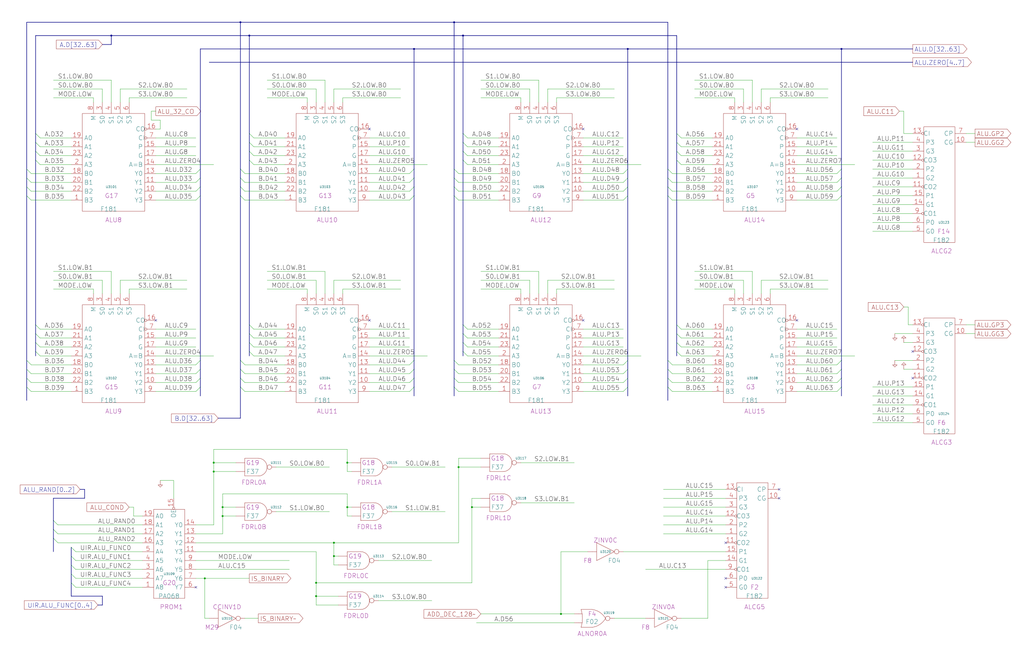
<source format=kicad_sch>
(kicad_sch (version 20250114) (generator "eeschema") (generator_version "9.0")
  (paper "User" 584.2 378.46)
  (title_block (title "ALU ARRAY\\nLEAST SIGNIFICANT BITS") (date "15-MAR-90") (rev "1.0") (comment 1 "TYPE") (comment 2 "232-003062") (comment 3 "S400") (comment 4 "RELEASED"))
  (junction (at 198.12 264.16))
  (junction (at 127 289.56))
  (junction (at 121.92 264.16))
  (junction (at 261.62 266.7))
  (junction (at 180.34 332.74))
  (junction (at 180.34 340.36))
  (junction (at 190.5 317.5))
  (junction (at 116.84 330.2))
  (junction (at 63.5 20.32))
  (junction (at 269.24 289.56))
  (junction (at 480.06 27.94))
  (junction (at 121.92 269.24))
  (junction (at 264.16 20.32))
  (junction (at 358.14 27.94))
  (junction (at 142.24 20.32))
  (junction (at 127 294.64))
  (junction (at 137.16 12.7))
  (junction (at 259.08 12.7))
  (junction (at 236.22 27.94))
  (junction (at 320.04 350.52))
  (junction (at 198.12 289.56))
  (junction (at 190.5 309.88))
  (no_connect (at 332.74 73.66))
  (no_connect (at 414.02 309.88))
  (no_connect (at 444.5 284.48))
  (no_connect (at 520.7 215.9))
  (no_connect (at 210.82 73.66))
  (no_connect (at 414.02 335.28))
  (no_connect (at 88.9 182.88))
  (no_connect (at 111.76 335.28))
  (no_connect (at 444.5 279.4))
  (no_connect (at 414.02 330.2))
  (no_connect (at 210.82 182.88))
  (no_connect (at 454.66 182.88))
  (no_connect (at 520.7 200.66))
  (no_connect (at 332.74 182.88))
  (no_connect (at 454.66 73.66))
  (bus_entry (at 114.3 111.76) (size -2.54 2.54))
  (bus_entry (at 381 205.74) (size 2.54 2.54))
  (bus_entry (at 15.24 101.6) (size 2.54 2.54))
  (bus_entry (at 381 210.82) (size 2.54 2.54))
  (bus_entry (at 264.16 81.28) (size 2.54 2.54))
  (bus_entry (at 236.22 106.68) (size -2.54 2.54))
  (bus_entry (at 358.14 220.98) (size -2.54 2.54))
  (bus_entry (at 15.24 111.76) (size 2.54 2.54))
  (bus_entry (at 114.3 101.6) (size -2.54 2.54))
  (bus_entry (at 264.16 86.36) (size 2.54 2.54))
  (bus_entry (at 358.14 96.52) (size -2.54 2.54))
  (bus_entry (at 20.32 185.42) (size 2.54 2.54))
  (bus_entry (at 259.08 101.6) (size 2.54 2.54))
  (bus_entry (at 480.06 101.6) (size -2.54 2.54))
  (bus_entry (at 114.3 215.9) (size -2.54 2.54))
  (bus_entry (at 480.06 220.98) (size -2.54 2.54))
  (bus_entry (at 20.32 195.58) (size 2.54 2.54))
  (bus_entry (at 259.08 210.82) (size 2.54 2.54))
  (bus_entry (at 386.08 86.36) (size 2.54 2.54))
  (bus_entry (at 20.32 76.2) (size 2.54 2.54))
  (bus_entry (at 236.22 210.82) (size -2.54 2.54))
  (bus_entry (at 381 101.6) (size 2.54 2.54))
  (bus_entry (at 20.32 190.5) (size 2.54 2.54))
  (bus_entry (at 142.24 86.36) (size 2.54 2.54))
  (bus_entry (at 358.14 106.68) (size -2.54 2.54))
  (bus_entry (at 142.24 195.58) (size 2.54 2.54))
  (bus_entry (at 236.22 101.6) (size -2.54 2.54))
  (bus_entry (at 114.3 96.52) (size -2.54 2.54))
  (bus_entry (at 137.16 220.98) (size 2.54 2.54))
  (bus_entry (at 386.08 195.58) (size 2.54 2.54))
  (bus_entry (at 386.08 200.66) (size 2.54 2.54))
  (bus_entry (at 381 215.9) (size 2.54 2.54))
  (bus_entry (at 386.08 185.42) (size 2.54 2.54))
  (bus_entry (at 137.16 101.6) (size 2.54 2.54))
  (bus_entry (at 15.24 96.52) (size 2.54 2.54))
  (bus_entry (at 15.24 106.68) (size 2.54 2.54))
  (bus_entry (at 15.24 205.74) (size 2.54 2.54))
  (bus_entry (at 259.08 106.68) (size 2.54 2.54))
  (bus_entry (at 236.22 111.76) (size -2.54 2.54))
  (bus_entry (at 114.3 210.82) (size -2.54 2.54))
  (bus_entry (at 264.16 91.44) (size 2.54 2.54))
  (bus_entry (at 114.3 106.68) (size -2.54 2.54))
  (bus_entry (at 259.08 111.76) (size 2.54 2.54))
  (bus_entry (at 259.08 205.74) (size 2.54 2.54))
  (bus_entry (at 480.06 96.52) (size -2.54 2.54))
  (bus_entry (at 264.16 200.66) (size 2.54 2.54))
  (bus_entry (at 236.22 96.52) (size -2.54 2.54))
  (bus_entry (at 381 111.76) (size 2.54 2.54))
  (bus_entry (at 142.24 91.44) (size 2.54 2.54))
  (bus_entry (at 259.08 96.52) (size 2.54 2.54))
  (bus_entry (at 236.22 215.9) (size -2.54 2.54))
  (bus_entry (at 386.08 91.44) (size 2.54 2.54))
  (bus_entry (at 137.16 96.52) (size 2.54 2.54))
  (bus_entry (at 480.06 215.9) (size -2.54 2.54))
  (bus_entry (at 137.16 210.82) (size 2.54 2.54))
  (bus_entry (at 386.08 190.5) (size 2.54 2.54))
  (bus_entry (at 15.24 215.9) (size 2.54 2.54))
  (bus_entry (at 30.48 297.18) (size 2.54 2.54))
  (bus_entry (at 15.24 220.98) (size 2.54 2.54))
  (bus_entry (at 381 106.68) (size 2.54 2.54))
  (bus_entry (at 358.14 215.9) (size -2.54 2.54))
  (bus_entry (at 40.64 312.42) (size 2.54 2.54))
  (bus_entry (at 480.06 106.68) (size -2.54 2.54))
  (bus_entry (at 381 96.52) (size 2.54 2.54))
  (bus_entry (at 264.16 190.5) (size 2.54 2.54))
  (bus_entry (at 358.14 210.82) (size -2.54 2.54))
  (bus_entry (at 480.06 111.76) (size -2.54 2.54))
  (bus_entry (at 259.08 215.9) (size 2.54 2.54))
  (bus_entry (at 236.22 220.98) (size -2.54 2.54))
  (bus_entry (at 264.16 195.58) (size 2.54 2.54))
  (bus_entry (at 480.06 210.82) (size -2.54 2.54))
  (bus_entry (at 40.64 327.66) (size 2.54 2.54))
  (bus_entry (at 381 220.98) (size 2.54 2.54))
  (bus_entry (at 20.32 200.66) (size 2.54 2.54))
  (bus_entry (at 40.64 322.58) (size 2.54 2.54))
  (bus_entry (at 236.22 205.74) (size -2.54 2.54))
  (bus_entry (at 142.24 190.5) (size 2.54 2.54))
  (bus_entry (at 137.16 111.76) (size 2.54 2.54))
  (bus_entry (at 20.32 86.36) (size 2.54 2.54))
  (bus_entry (at 137.16 215.9) (size 2.54 2.54))
  (bus_entry (at 30.48 307.34) (size 2.54 2.54))
  (bus_entry (at 142.24 76.2) (size 2.54 2.54))
  (bus_entry (at 114.3 205.74) (size -2.54 2.54))
  (bus_entry (at 259.08 220.98) (size 2.54 2.54))
  (bus_entry (at 137.16 106.68) (size 2.54 2.54))
  (bus_entry (at 40.64 332.74) (size 2.54 2.54))
  (bus_entry (at 15.24 210.82) (size 2.54 2.54))
  (bus_entry (at 20.32 91.44) (size 2.54 2.54))
  (bus_entry (at 264.16 185.42) (size 2.54 2.54))
  (bus_entry (at 142.24 200.66) (size 2.54 2.54))
  (bus_entry (at 114.3 220.98) (size -2.54 2.54))
  (bus_entry (at 142.24 185.42) (size 2.54 2.54))
  (bus_entry (at 137.16 205.74) (size 2.54 2.54))
  (bus_entry (at 40.64 317.5) (size 2.54 2.54))
  (bus_entry (at 30.48 302.26) (size 2.54 2.54))
  (bus_entry (at 480.06 205.74) (size -2.54 2.54))
  (bus_entry (at 20.32 81.28) (size 2.54 2.54))
  (bus_entry (at 142.24 81.28) (size 2.54 2.54))
  (bus_entry (at 358.14 111.76) (size -2.54 2.54))
  (bus_entry (at 358.14 101.6) (size -2.54 2.54))
  (bus_entry (at 386.08 76.2) (size 2.54 2.54))
  (bus_entry (at 264.16 76.2) (size 2.54 2.54))
  (bus_entry (at 358.14 205.74) (size -2.54 2.54))
  (bus_entry (at 386.08 81.28) (size 2.54 2.54))
  (bus (pts (xy 259.08 220.98) (xy 259.08 226.06)))
  (wire (pts (xy 396.24 160.02) (xy 424.18 160.02)))
  (wire (pts (xy 497.84 96.52) (xy 520.7 96.52)))
  (wire (pts (xy 175.26 167.64) (xy 175.26 165.1)))
  (wire (pts (xy 454.66 114.3) (xy 477.52 114.3)))
  (wire (pts (xy 332.74 213.36) (xy 355.6 213.36)))
  (wire (pts (xy 180.34 58.42) (xy 180.34 50.8)))
  (wire (pts (xy 332.74 78.74) (xy 355.6 78.74)))
  (wire (pts (xy 261.62 218.44) (xy 284.48 218.44)))
  (wire (pts (xy 317.5 167.64) (xy 317.5 165.1)))
  (bus (pts (xy 480.06 101.6) (xy 480.06 106.68)))
  (bus (pts (xy 259.08 101.6) (xy 259.08 106.68)))
  (wire (pts (xy 86.36 63.5) (xy 88.9 63.5)))
  (wire (pts (xy 332.74 187.96) (xy 355.6 187.96)))
  (wire (pts (xy 515.62 63.5) (xy 513.08 63.5)))
  (wire (pts (xy 198.12 256.54) (xy 198.12 264.16)))
  (wire (pts (xy 497.84 226.06) (xy 520.7 226.06)))
  (wire (pts (xy 261.62 223.52) (xy 284.48 223.52)))
  (wire (pts (xy 88.9 109.22) (xy 111.76 109.22)))
  (bus (pts (xy 358.14 101.6) (xy 358.14 106.68)))
  (bus (pts (xy 20.32 195.58) (xy 20.32 200.66)))
  (wire (pts (xy 180.34 345.44) (xy 193.04 345.44)))
  (wire (pts (xy 91.44 68.58) (xy 86.36 68.58)))
  (wire (pts (xy 439.42 165.1) (xy 472.44 165.1)))
  (bus (pts (xy 142.24 190.5) (xy 142.24 195.58)))
  (bus (pts (xy 137.16 12.7) (xy 259.08 12.7)))
  (bus (pts (xy 114.3 96.52) (xy 114.3 101.6)))
  (wire (pts (xy 434.34 58.42) (xy 434.34 50.8)))
  (bus (pts (xy 381 210.82) (xy 381 215.9)))
  (wire (pts (xy 497.84 231.14) (xy 520.7 231.14)))
  (bus (pts (xy 236.22 27.94) (xy 358.14 27.94)))
  (wire (pts (xy 269.24 289.56) (xy 274.32 289.56)))
  (wire (pts (xy 396.24 55.88) (xy 419.1 55.88)))
  (wire (pts (xy 261.62 114.3) (xy 284.48 114.3)))
  (wire (pts (xy 454.66 203.2) (xy 487.68 203.2)))
  (wire (pts (xy 454.66 93.98) (xy 487.68 93.98)))
  (wire (pts (xy 139.7 218.44) (xy 162.56 218.44)))
  (wire (pts (xy 332.74 203.2) (xy 365.76 203.2)))
  (bus (pts (xy 358.14 96.52) (xy 358.14 101.6)))
  (wire (pts (xy 274.32 55.88) (xy 297.18 55.88)))
  (wire (pts (xy 76.2 289.56) (xy 73.66 289.56)))
  (wire (pts (xy 269.24 284.48) (xy 274.32 284.48)))
  (wire (pts (xy 88.9 213.36) (xy 111.76 213.36)))
  (wire (pts (xy 127 294.64) (xy 134.62 294.64)))
  (wire (pts (xy 320.04 350.52) (xy 327.66 350.52)))
  (bus (pts (xy 137.16 101.6) (xy 137.16 106.68)))
  (bus (pts (xy 20.32 200.66) (xy 20.32 203.2)))
  (wire (pts (xy 22.86 83.82) (xy 40.64 83.82)))
  (wire (pts (xy 312.42 50.8) (xy 350.52 50.8)))
  (wire (pts (xy 383.54 109.22) (xy 406.4 109.22)))
  (wire (pts (xy 274.32 50.8) (xy 302.26 50.8)))
  (wire (pts (xy 111.76 309.88) (xy 190.5 309.88)))
  (wire (pts (xy 73.66 165.1) (xy 106.68 165.1)))
  (wire (pts (xy 210.82 104.14) (xy 233.68 104.14)))
  (bus (pts (xy 114.3 27.94) (xy 236.22 27.94)))
  (bus (pts (xy 236.22 106.68) (xy 236.22 111.76)))
  (bus (pts (xy 142.24 86.36) (xy 142.24 91.44)))
  (wire (pts (xy 551.18 185.42) (xy 556.26 185.42)))
  (bus (pts (xy 480.06 111.76) (xy 480.06 205.74)))
  (wire (pts (xy 317.5 165.1) (xy 350.52 165.1)))
  (wire (pts (xy 139.7 208.28) (xy 162.56 208.28)))
  (wire (pts (xy 388.62 83.82) (xy 406.4 83.82)))
  (bus (pts (xy 264.16 20.32) (xy 386.08 20.32)))
  (wire (pts (xy 88.9 187.96) (xy 111.76 187.96)))
  (wire (pts (xy 152.4 45.72) (xy 185.42 45.72)))
  (wire (pts (xy 30.48 165.1) (xy 53.34 165.1)))
  (wire (pts (xy 180.34 340.36) (xy 180.34 345.44)))
  (bus (pts (xy 386.08 91.44) (xy 386.08 185.42)))
  (wire (pts (xy 515.62 195.58) (xy 520.7 195.58)))
  (wire (pts (xy 88.9 218.44) (xy 111.76 218.44)))
  (bus (pts (xy 236.22 205.74) (xy 236.22 210.82)))
  (wire (pts (xy 127 289.56) (xy 134.62 289.56)))
  (wire (pts (xy 210.82 193.04) (xy 233.68 193.04)))
  (wire (pts (xy 215.9 342.9) (xy 246.38 342.9)))
  (wire (pts (xy 210.82 88.9) (xy 233.68 88.9)))
  (wire (pts (xy 297.18 287.02) (xy 327.66 287.02)))
  (wire (pts (xy 497.84 220.98) (xy 520.7 220.98)))
  (wire (pts (xy 454.66 78.74) (xy 477.52 78.74)))
  (wire (pts (xy 297.18 167.64) (xy 297.18 165.1)))
  (wire (pts (xy 266.7 78.74) (xy 284.48 78.74)))
  (wire (pts (xy 88.9 93.98) (xy 121.92 93.98)))
  (bus (pts (xy 264.16 195.58) (xy 264.16 200.66)))
  (wire (pts (xy 195.58 167.64) (xy 195.58 165.1)))
  (wire (pts (xy 434.34 167.64) (xy 434.34 160.02)))
  (wire (pts (xy 388.62 78.74) (xy 406.4 78.74)))
  (wire (pts (xy 454.66 193.04) (xy 477.52 193.04)))
  (bus (pts (xy 40.64 332.74) (xy 40.64 340.36)))
  (wire (pts (xy 17.78 104.14) (xy 40.64 104.14)))
  (wire (pts (xy 378.46 284.48) (xy 414.02 284.48)))
  (wire (pts (xy 116.84 330.2) (xy 111.76 330.2)))
  (bus (pts (xy 236.22 27.94) (xy 236.22 96.52)))
  (wire (pts (xy 261.62 213.36) (xy 284.48 213.36)))
  (wire (pts (xy 121.92 269.24) (xy 121.92 264.16)))
  (wire (pts (xy 121.92 269.24) (xy 134.62 269.24)))
  (bus (pts (xy 20.32 190.5) (xy 20.32 195.58)))
  (wire (pts (xy 497.84 241.3) (xy 520.7 241.3)))
  (wire (pts (xy 551.18 81.28) (xy 556.26 81.28)))
  (wire (pts (xy 180.34 340.36) (xy 193.04 340.36)))
  (wire (pts (xy 190.5 322.58) (xy 190.5 317.5)))
  (wire (pts (xy 396.24 50.8) (xy 424.18 50.8)))
  (bus (pts (xy 20.32 20.32) (xy 63.5 20.32)))
  (bus (pts (xy 137.16 96.52) (xy 137.16 101.6)))
  (bus (pts (xy 259.08 12.7) (xy 381 12.7)))
  (wire (pts (xy 269.24 289.56) (xy 269.24 284.48)))
  (wire (pts (xy 297.18 264.16) (xy 327.66 264.16)))
  (wire (pts (xy 332.74 104.14) (xy 355.6 104.14)))
  (wire (pts (xy 30.48 50.8) (xy 58.42 50.8)))
  (bus (pts (xy 40.64 317.5) (xy 40.64 322.58)))
  (bus (pts (xy 358.14 27.94) (xy 480.06 27.94)))
  (bus (pts (xy 358.14 205.74) (xy 358.14 210.82)))
  (wire (pts (xy 454.66 109.22) (xy 477.52 109.22)))
  (wire (pts (xy 518.16 185.42) (xy 518.16 175.26)))
  (wire (pts (xy 520.7 76.2) (xy 515.62 76.2)))
  (bus (pts (xy 142.24 200.66) (xy 142.24 203.2)))
  (wire (pts (xy 111.76 325.12) (xy 165.1 325.12)))
  (bus (pts (xy 236.22 215.9) (xy 236.22 220.98)))
  (bus (pts (xy 236.22 111.76) (xy 236.22 205.74)))
  (wire (pts (xy 73.66 167.64) (xy 73.66 165.1)))
  (wire (pts (xy 510.54 190.5) (xy 520.7 190.5)))
  (wire (pts (xy 355.6 314.96) (xy 414.02 314.96)))
  (wire (pts (xy 439.42 167.64) (xy 439.42 165.1)))
  (wire (pts (xy 63.5 167.64) (xy 63.5 154.94)))
  (bus (pts (xy 137.16 111.76) (xy 137.16 205.74)))
  (wire (pts (xy 144.78 78.74) (xy 162.56 78.74)))
  (wire (pts (xy 73.66 58.42) (xy 73.66 55.88)))
  (bus (pts (xy 20.32 86.36) (xy 20.32 91.44)))
  (bus (pts (xy 264.16 76.2) (xy 264.16 81.28)))
  (bus (pts (xy 30.48 307.34) (xy 30.48 314.96)))
  (wire (pts (xy 43.18 314.96) (xy 81.28 314.96)))
  (wire (pts (xy 266.7 198.12) (xy 284.48 198.12)))
  (wire (pts (xy 317.5 55.88) (xy 350.52 55.88)))
  (wire (pts (xy 454.66 223.52) (xy 477.52 223.52)))
  (bus (pts (xy 381 96.52) (xy 381 101.6)))
  (wire (pts (xy 383.54 213.36) (xy 406.4 213.36)))
  (wire (pts (xy 497.84 127) (xy 520.7 127)))
  (wire (pts (xy 88.9 203.2) (xy 121.92 203.2)))
  (wire (pts (xy 378.46 289.56) (xy 414.02 289.56)))
  (bus (pts (xy 142.24 76.2) (xy 142.24 81.28)))
  (bus (pts (xy 40.64 327.66) (xy 40.64 332.74)))
  (wire (pts (xy 190.5 317.5) (xy 193.04 317.5)))
  (wire (pts (xy 274.32 160.02) (xy 302.26 160.02)))
  (bus (pts (xy 264.16 81.28) (xy 264.16 86.36)))
  (wire (pts (xy 261.62 99.06) (xy 284.48 99.06)))
  (wire (pts (xy 91.44 73.66) (xy 91.44 68.58)))
  (wire (pts (xy 127 294.64) (xy 127 289.56)))
  (wire (pts (xy 261.62 309.88) (xy 261.62 266.7)))
  (bus (pts (xy 137.16 12.7) (xy 137.16 96.52)))
  (bus (pts (xy 58.42 25.4) (xy 63.5 25.4)))
  (wire (pts (xy 193.04 322.58) (xy 190.5 322.58)))
  (wire (pts (xy 419.1 167.64) (xy 419.1 165.1)))
  (wire (pts (xy 30.48 45.72) (xy 63.5 45.72)))
  (wire (pts (xy 198.12 294.64) (xy 200.66 294.64)))
  (wire (pts (xy 144.78 203.2) (xy 162.56 203.2)))
  (wire (pts (xy 274.32 154.94) (xy 307.34 154.94)))
  (wire (pts (xy 454.66 187.96) (xy 477.52 187.96)))
  (wire (pts (xy 198.12 281.94) (xy 198.12 289.56)))
  (bus (pts (xy 15.24 111.76) (xy 15.24 205.74)))
  (wire (pts (xy 454.66 198.12) (xy 477.52 198.12)))
  (wire (pts (xy 88.9 78.74) (xy 111.76 78.74)))
  (bus (pts (xy 381 215.9) (xy 381 220.98)))
  (bus (pts (xy 264.16 190.5) (xy 264.16 195.58)))
  (wire (pts (xy 121.92 264.16) (xy 134.62 264.16)))
  (wire (pts (xy 144.78 83.82) (xy 162.56 83.82)))
  (wire (pts (xy 378.46 304.8) (xy 414.02 304.8)))
  (wire (pts (xy 185.42 167.64) (xy 185.42 154.94)))
  (wire (pts (xy 58.42 167.64) (xy 58.42 160.02)))
  (wire (pts (xy 210.82 83.82) (xy 233.68 83.82)))
  (wire (pts (xy 88.9 99.06) (xy 111.76 99.06)))
  (wire (pts (xy 261.62 109.22) (xy 284.48 109.22)))
  (wire (pts (xy 210.82 218.44) (xy 233.68 218.44)))
  (wire (pts (xy 210.82 114.3) (xy 233.68 114.3)))
  (bus (pts (xy 137.16 106.68) (xy 137.16 111.76)))
  (wire (pts (xy 271.78 355.6) (xy 327.66 355.6)))
  (wire (pts (xy 43.18 320.04) (xy 81.28 320.04)))
  (wire (pts (xy 152.4 154.94) (xy 185.42 154.94)))
  (bus (pts (xy 124.46 238.76) (xy 137.16 238.76)))
  (wire (pts (xy 190.5 58.42) (xy 190.5 50.8)))
  (wire (pts (xy 111.76 314.96) (xy 180.34 314.96)))
  (wire (pts (xy 195.58 58.42) (xy 195.58 55.88)))
  (bus (pts (xy 40.64 312.42) (xy 40.64 317.5)))
  (wire (pts (xy 88.9 104.14) (xy 111.76 104.14)))
  (bus (pts (xy 480.06 215.9) (xy 480.06 220.98)))
  (wire (pts (xy 99.06 274.32) (xy 99.06 284.48)))
  (wire (pts (xy 266.7 93.98) (xy 284.48 93.98)))
  (wire (pts (xy 520.7 185.42) (xy 518.16 185.42)))
  (wire (pts (xy 210.82 198.12) (xy 233.68 198.12)))
  (wire (pts (xy 434.34 50.8) (xy 472.44 50.8)))
  (bus (pts (xy 142.24 20.32) (xy 142.24 76.2)))
  (wire (pts (xy 551.18 76.2) (xy 556.26 76.2)))
  (wire (pts (xy 88.9 88.9) (xy 111.76 88.9)))
  (wire (pts (xy 22.86 93.98) (xy 40.64 93.98)))
  (bus (pts (xy 480.06 220.98) (xy 480.06 226.06)))
  (wire (pts (xy 454.66 99.06) (xy 477.52 99.06)))
  (wire (pts (xy 332.74 99.06) (xy 355.6 99.06)))
  (bus (pts (xy 386.08 86.36) (xy 386.08 91.44)))
  (wire (pts (xy 454.66 218.44) (xy 477.52 218.44)))
  (wire (pts (xy 198.12 289.56) (xy 200.66 289.56)))
  (wire (pts (xy 180.34 314.96) (xy 180.34 332.74)))
  (wire (pts (xy 190.5 50.8) (xy 228.6 50.8)))
  (wire (pts (xy 350.52 353.06) (xy 368.3 353.06)))
  (bus (pts (xy 20.32 91.44) (xy 20.32 185.42)))
  (bus (pts (xy 142.24 20.32) (xy 264.16 20.32)))
  (bus (pts (xy 480.06 205.74) (xy 480.06 210.82)))
  (wire (pts (xy 17.78 223.52) (xy 40.64 223.52)))
  (bus (pts (xy 236.22 210.82) (xy 236.22 215.9)))
  (wire (pts (xy 33.02 304.8) (xy 81.28 304.8)))
  (wire (pts (xy 515.62 76.2) (xy 515.62 63.5)))
  (wire (pts (xy 210.82 187.96) (xy 233.68 187.96)))
  (bus (pts (xy 259.08 210.82) (xy 259.08 215.9)))
  (wire (pts (xy 320.04 314.96) (xy 320.04 350.52)))
  (wire (pts (xy 144.78 198.12) (xy 162.56 198.12)))
  (wire (pts (xy 17.78 114.3) (xy 40.64 114.3)))
  (wire (pts (xy 274.32 45.72) (xy 307.34 45.72)))
  (wire (pts (xy 317.5 58.42) (xy 317.5 55.88)))
  (wire (pts (xy 185.42 58.42) (xy 185.42 45.72)))
  (bus (pts (xy 480.06 210.82) (xy 480.06 215.9)))
  (bus (pts (xy 264.16 200.66) (xy 264.16 203.2)))
  (bus (pts (xy 381 101.6) (xy 381 106.68)))
  (wire (pts (xy 454.66 208.28) (xy 477.52 208.28)))
  (wire (pts (xy 388.62 193.04) (xy 406.4 193.04)))
  (wire (pts (xy 190.5 309.88) (xy 261.62 309.88)))
  (wire (pts (xy 223.52 266.7) (xy 254 266.7)))
  (wire (pts (xy 116.84 353.06) (xy 116.84 330.2)))
  (bus (pts (xy 358.14 215.9) (xy 358.14 220.98)))
  (bus (pts (xy 259.08 12.7) (xy 259.08 96.52)))
  (wire (pts (xy 152.4 165.1) (xy 175.26 165.1)))
  (wire (pts (xy 121.92 264.16) (xy 121.92 256.54)))
  (wire (pts (xy 497.84 121.92) (xy 520.7 121.92)))
  (bus (pts (xy 386.08 76.2) (xy 386.08 81.28)))
  (wire (pts (xy 210.82 93.98) (xy 243.84 93.98)))
  (wire (pts (xy 111.76 299.72) (xy 121.92 299.72)))
  (wire (pts (xy 414.02 320.04) (xy 403.86 320.04)))
  (bus (pts (xy 259.08 215.9) (xy 259.08 220.98)))
  (wire (pts (xy 396.24 45.72) (xy 429.26 45.72)))
  (wire (pts (xy 403.86 353.06) (xy 388.62 353.06)))
  (bus (pts (xy 40.64 322.58) (xy 40.64 327.66)))
  (wire (pts (xy 127 304.8) (xy 127 294.64)))
  (wire (pts (xy 111.76 304.8) (xy 127 304.8)))
  (wire (pts (xy 17.78 109.22) (xy 40.64 109.22)))
  (wire (pts (xy 266.7 187.96) (xy 284.48 187.96)))
  (wire (pts (xy 139.7 213.36) (xy 162.56 213.36)))
  (bus (pts (xy 114.3 106.68) (xy 114.3 111.76)))
  (wire (pts (xy 43.18 325.12) (xy 81.28 325.12)))
  (wire (pts (xy 195.58 165.1) (xy 228.6 165.1)))
  (wire (pts (xy 210.82 208.28) (xy 233.68 208.28)))
  (bus (pts (xy 15.24 106.68) (xy 15.24 111.76)))
  (wire (pts (xy 378.46 294.64) (xy 414.02 294.64)))
  (wire (pts (xy 33.02 309.88) (xy 81.28 309.88)))
  (wire (pts (xy 497.84 86.36) (xy 520.7 86.36)))
  (bus (pts (xy 386.08 81.28) (xy 386.08 86.36)))
  (bus (pts (xy 30.48 302.26) (xy 30.48 307.34)))
  (wire (pts (xy 180.34 332.74) (xy 180.34 340.36)))
  (bus (pts (xy 20.32 20.32) (xy 20.32 76.2)))
  (wire (pts (xy 266.7 193.04) (xy 284.48 193.04)))
  (wire (pts (xy 332.74 223.52) (xy 355.6 223.52)))
  (wire (pts (xy 388.62 93.98) (xy 406.4 93.98)))
  (wire (pts (xy 22.86 198.12) (xy 40.64 198.12)))
  (wire (pts (xy 454.66 104.14) (xy 477.52 104.14)))
  (bus (pts (xy 259.08 96.52) (xy 259.08 101.6)))
  (wire (pts (xy 22.86 203.2) (xy 40.64 203.2)))
  (wire (pts (xy 88.9 208.28) (xy 111.76 208.28)))
  (wire (pts (xy 43.18 335.28) (xy 81.28 335.28)))
  (wire (pts (xy 152.4 55.88) (xy 175.26 55.88)))
  (bus (pts (xy 114.3 27.94) (xy 114.3 96.52)))
  (bus (pts (xy 142.24 91.44) (xy 142.24 185.42)))
  (bus (pts (xy 381 205.74) (xy 381 210.82)))
  (bus (pts (xy 114.3 210.82) (xy 114.3 215.9)))
  (wire (pts (xy 266.7 203.2) (xy 284.48 203.2)))
  (wire (pts (xy 439.42 55.88) (xy 472.44 55.88)))
  (wire (pts (xy 210.82 109.22) (xy 233.68 109.22)))
  (bus (pts (xy 114.3 111.76) (xy 114.3 205.74)))
  (wire (pts (xy 368.3 325.12) (xy 414.02 325.12)))
  (wire (pts (xy 429.26 167.64) (xy 429.26 154.94)))
  (wire (pts (xy 86.36 68.58) (xy 86.36 63.5)))
  (wire (pts (xy 152.4 50.8) (xy 180.34 50.8)))
  (wire (pts (xy 198.12 264.16) (xy 198.12 269.24)))
  (wire (pts (xy 144.78 193.04) (xy 162.56 193.04)))
  (wire (pts (xy 30.48 154.94) (xy 63.5 154.94)))
  (wire (pts (xy 388.62 88.9) (xy 406.4 88.9)))
  (wire (pts (xy 73.66 55.88) (xy 106.68 55.88)))
  (wire (pts (xy 144.78 88.9) (xy 162.56 88.9)))
  (bus (pts (xy 142.24 81.28) (xy 142.24 86.36)))
  (wire (pts (xy 190.5 160.02) (xy 228.6 160.02)))
  (wire (pts (xy 515.62 210.82) (xy 520.7 210.82)))
  (wire (pts (xy 195.58 55.88) (xy 228.6 55.88)))
  (bus (pts (xy 358.14 106.68) (xy 358.14 111.76)))
  (bus (pts (xy 114.3 205.74) (xy 114.3 210.82)))
  (wire (pts (xy 510.54 205.74) (xy 520.7 205.74)))
  (bus (pts (xy 142.24 195.58) (xy 142.24 200.66)))
  (bus (pts (xy 264.16 185.42) (xy 264.16 190.5)))
  (wire (pts (xy 454.66 213.36) (xy 477.52 213.36)))
  (wire (pts (xy 429.26 58.42) (xy 429.26 45.72)))
  (wire (pts (xy 17.78 213.36) (xy 40.64 213.36)))
  (wire (pts (xy 88.9 114.3) (xy 111.76 114.3)))
  (bus (pts (xy 386.08 195.58) (xy 386.08 200.66)))
  (wire (pts (xy 198.12 289.56) (xy 198.12 294.64)))
  (bus (pts (xy 480.06 106.68) (xy 480.06 111.76)))
  (wire (pts (xy 210.82 78.74) (xy 233.68 78.74)))
  (wire (pts (xy 332.74 109.22) (xy 355.6 109.22)))
  (wire (pts (xy 454.66 83.82) (xy 477.52 83.82)))
  (wire (pts (xy 152.4 160.02) (xy 180.34 160.02)))
  (wire (pts (xy 198.12 264.16) (xy 200.66 264.16)))
  (wire (pts (xy 307.34 167.64) (xy 307.34 154.94)))
  (wire (pts (xy 53.34 167.64) (xy 53.34 165.1)))
  (wire (pts (xy 261.62 266.7) (xy 261.62 261.62)))
  (bus (pts (xy 381 220.98) (xy 381 228.6)))
  (wire (pts (xy 396.24 165.1) (xy 419.1 165.1)))
  (wire (pts (xy 497.84 101.6) (xy 520.7 101.6)))
  (wire (pts (xy 111.76 320.04) (xy 165.1 320.04)))
  (bus (pts (xy 386.08 200.66) (xy 386.08 203.2)))
  (wire (pts (xy 312.42 58.42) (xy 312.42 50.8)))
  (bus (pts (xy 386.08 190.5) (xy 386.08 195.58)))
  (wire (pts (xy 30.48 160.02) (xy 58.42 160.02)))
  (wire (pts (xy 497.84 111.76) (xy 520.7 111.76)))
  (wire (pts (xy 88.9 193.04) (xy 111.76 193.04)))
  (bus (pts (xy 63.5 20.32) (xy 142.24 20.32)))
  (wire (pts (xy 497.84 106.68) (xy 520.7 106.68)))
  (bus (pts (xy 480.06 27.94) (xy 520.7 27.94)))
  (wire (pts (xy 68.58 167.64) (xy 68.58 160.02)))
  (wire (pts (xy 22.86 193.04) (xy 40.64 193.04)))
  (bus (pts (xy 264.16 20.32) (xy 264.16 76.2)))
  (wire (pts (xy 388.62 198.12) (xy 406.4 198.12)))
  (wire (pts (xy 139.7 114.3) (xy 162.56 114.3)))
  (bus (pts (xy 480.06 96.52) (xy 480.06 101.6)))
  (wire (pts (xy 30.48 55.88) (xy 53.34 55.88)))
  (bus (pts (xy 15.24 101.6) (xy 15.24 106.68)))
  (bus (pts (xy 480.06 27.94) (xy 480.06 96.52)))
  (wire (pts (xy 424.18 58.42) (xy 424.18 50.8)))
  (wire (pts (xy 497.84 116.84) (xy 520.7 116.84)))
  (wire (pts (xy 419.1 58.42) (xy 419.1 55.88)))
  (wire (pts (xy 22.86 78.74) (xy 40.64 78.74)))
  (wire (pts (xy 88.9 73.66) (xy 91.44 73.66)))
  (wire (pts (xy 383.54 114.3) (xy 406.4 114.3)))
  (bus (pts (xy 30.48 297.18) (xy 30.48 302.26)))
  (wire (pts (xy 332.74 218.44) (xy 355.6 218.44)))
  (wire (pts (xy 274.32 165.1) (xy 297.18 165.1)))
  (wire (pts (xy 383.54 218.44) (xy 406.4 218.44)))
  (wire (pts (xy 139.7 223.52) (xy 162.56 223.52)))
  (bus (pts (xy 20.32 185.42) (xy 20.32 190.5)))
  (bus (pts (xy 358.14 27.94) (xy 358.14 96.52)))
  (wire (pts (xy 332.74 93.98) (xy 365.76 93.98)))
  (bus (pts (xy 114.3 101.6) (xy 114.3 106.68)))
  (wire (pts (xy 302.26 167.64) (xy 302.26 160.02)))
  (wire (pts (xy 269.24 332.74) (xy 269.24 289.56)))
  (wire (pts (xy 43.18 330.2) (xy 81.28 330.2)))
  (wire (pts (xy 210.82 203.2) (xy 243.84 203.2)))
  (wire (pts (xy 378.46 279.4) (xy 414.02 279.4)))
  (wire (pts (xy 396.24 154.94) (xy 429.26 154.94)))
  (wire (pts (xy 261.62 261.62) (xy 274.32 261.62)))
  (wire (pts (xy 157.48 292.1) (xy 187.96 292.1)))
  (wire (pts (xy 261.62 208.28) (xy 284.48 208.28)))
  (wire (pts (xy 180.34 332.74) (xy 269.24 332.74)))
  (wire (pts (xy 127 281.94) (xy 198.12 281.94)))
  (wire (pts (xy 139.7 109.22) (xy 162.56 109.22)))
  (wire (pts (xy 53.34 58.42) (xy 53.34 55.88)))
  (wire (pts (xy 261.62 104.14) (xy 284.48 104.14)))
  (wire (pts (xy 403.86 320.04) (xy 403.86 353.06)))
  (bus (pts (xy 15.24 220.98) (xy 15.24 228.6)))
  (wire (pts (xy 518.16 175.26) (xy 515.62 175.26)))
  (bus (pts (xy 142.24 185.42) (xy 142.24 190.5)))
  (wire (pts (xy 332.74 208.28) (xy 355.6 208.28)))
  (wire (pts (xy 88.9 223.52) (xy 111.76 223.52)))
  (bus (pts (xy 381 111.76) (xy 381 205.74)))
  (bus (pts (xy 119.38 35.56) (xy 520.7 35.56)))
  (bus (pts (xy 381 12.7) (xy 381 96.52)))
  (bus (pts (xy 15.24 96.52) (xy 15.24 101.6)))
  (wire (pts (xy 190.5 167.64) (xy 190.5 160.02)))
  (bus (pts (xy 137.16 205.74) (xy 137.16 210.82)))
  (bus (pts (xy 58.42 345.44) (xy 58.42 340.36)))
  (wire (pts (xy 157.48 266.7) (xy 187.96 266.7)))
  (wire (pts (xy 307.34 58.42) (xy 307.34 45.72)))
  (wire (pts (xy 190.5 317.5) (xy 190.5 309.88)))
  (wire (pts (xy 454.66 88.9) (xy 477.52 88.9)))
  (bus (pts (xy 236.22 101.6) (xy 236.22 106.68)))
  (bus (pts (xy 114.3 220.98) (xy 114.3 226.06)))
  (wire (pts (xy 139.7 104.14) (xy 162.56 104.14)))
  (bus (pts (xy 55.88 345.44) (xy 58.42 345.44)))
  (wire (pts (xy 68.58 50.8) (xy 106.68 50.8)))
  (wire (pts (xy 119.38 353.06) (xy 116.84 353.06)))
  (bus (pts (xy 58.42 340.36) (xy 40.64 340.36)))
  (wire (pts (xy 383.54 208.28) (xy 406.4 208.28)))
  (wire (pts (xy 17.78 208.28) (xy 40.64 208.28)))
  (bus (pts (xy 264.16 91.44) (xy 264.16 185.42)))
  (bus (pts (xy 386.08 185.42) (xy 386.08 190.5)))
  (bus (pts (xy 20.32 76.2) (xy 20.32 81.28)))
  (bus (pts (xy 259.08 111.76) (xy 259.08 205.74)))
  (wire (pts (xy 215.9 320.04) (xy 246.38 320.04)))
  (bus (pts (xy 358.14 220.98) (xy 358.14 226.06)))
  (wire (pts (xy 88.9 83.82) (xy 111.76 83.82)))
  (wire (pts (xy 223.52 292.1) (xy 254 292.1)))
  (bus (pts (xy 259.08 106.68) (xy 259.08 111.76)))
  (wire (pts (xy 91.44 274.32) (xy 99.06 274.32)))
  (wire (pts (xy 551.18 190.5) (xy 556.26 190.5)))
  (wire (pts (xy 88.9 198.12) (xy 111.76 198.12)))
  (wire (pts (xy 17.78 218.44) (xy 40.64 218.44)))
  (wire (pts (xy 144.78 93.98) (xy 162.56 93.98)))
  (bus (pts (xy 63.5 25.4) (xy 63.5 20.32)))
  (bus (pts (xy 358.14 210.82) (xy 358.14 215.9)))
  (wire (pts (xy 22.86 88.9) (xy 40.64 88.9)))
  (wire (pts (xy 388.62 203.2) (xy 406.4 203.2)))
  (wire (pts (xy 312.42 160.02) (xy 350.52 160.02)))
  (wire (pts (xy 139.7 99.06) (xy 162.56 99.06)))
  (wire (pts (xy 297.18 58.42) (xy 297.18 55.88)))
  (wire (pts (xy 266.7 83.82) (xy 284.48 83.82)))
  (wire (pts (xy 383.54 99.06) (xy 406.4 99.06)))
  (wire (pts (xy 63.5 58.42) (xy 63.5 45.72)))
  (wire (pts (xy 210.82 223.52) (xy 233.68 223.52)))
  (bus (pts (xy 381 106.68) (xy 381 111.76)))
  (bus (pts (xy 137.16 215.9) (xy 137.16 220.98)))
  (wire (pts (xy 274.32 350.52) (xy 320.04 350.52)))
  (wire (pts (xy 497.84 91.44) (xy 520.7 91.44)))
  (bus (pts (xy 20.32 81.28) (xy 20.32 86.36)))
  (bus (pts (xy 137.16 210.82) (xy 137.16 215.9)))
  (bus (pts (xy 264.16 86.36) (xy 264.16 91.44)))
  (wire (pts (xy 121.92 299.72) (xy 121.92 269.24)))
  (wire (pts (xy 434.34 160.02) (xy 472.44 160.02)))
  (wire (pts (xy 424.18 167.64) (xy 424.18 160.02)))
  (wire (pts (xy 383.54 223.52) (xy 406.4 223.52)))
  (wire (pts (xy 139.7 353.06) (xy 147.32 353.06)))
  (wire (pts (xy 383.54 104.14) (xy 406.4 104.14)))
  (wire (pts (xy 17.78 99.06) (xy 40.64 99.06)))
  (wire (pts (xy 76.2 294.64) (xy 81.28 294.64)))
  (wire (pts (xy 144.78 187.96) (xy 162.56 187.96)))
  (bus (pts (xy 358.14 111.76) (xy 358.14 205.74)))
  (wire (pts (xy 210.82 213.36) (xy 233.68 213.36)))
  (bus (pts (xy 15.24 12.7) (xy 137.16 12.7)))
  (wire (pts (xy 439.42 58.42) (xy 439.42 55.88)))
  (wire (pts (xy 302.26 58.42) (xy 302.26 50.8)))
  (wire (pts (xy 312.42 167.64) (xy 312.42 160.02)))
  (wire (pts (xy 335.28 314.96) (xy 320.04 314.96)))
  (wire (pts (xy 332.74 88.9) (xy 355.6 88.9)))
  (wire (pts (xy 22.86 187.96) (xy 40.64 187.96)))
  (wire (pts (xy 121.92 256.54) (xy 198.12 256.54)))
  (bus (pts (xy 236.22 220.98) (xy 236.22 226.06)))
  (wire (pts (xy 175.26 58.42) (xy 175.26 55.88)))
  (wire (pts (xy 116.84 330.2) (xy 142.24 330.2)))
  (wire (pts (xy 266.7 88.9) (xy 284.48 88.9)))
  (wire (pts (xy 198.12 269.24) (xy 200.66 269.24)))
  (bus (pts (xy 45.72 279.4) (xy 48.26 279.4)))
  (bus (pts (xy 236.22 96.52) (xy 236.22 101.6)))
  (wire (pts (xy 33.02 299.72) (xy 81.28 299.72)))
  (wire (pts (xy 127 289.56) (xy 127 281.94)))
  (bus (pts (xy 48.26 279.4) (xy 48.26 284.48)))
  (wire (pts (xy 332.74 114.3) (xy 355.6 114.3)))
  (bus (pts (xy 30.48 284.48) (xy 30.48 297.18)))
  (bus (pts (xy 15.24 12.7) (xy 15.24 96.52)))
  (wire (pts (xy 332.74 198.12) (xy 355.6 198.12)))
  (wire (pts (xy 497.84 132.08) (xy 520.7 132.08)))
  (wire (pts (xy 68.58 58.42) (xy 68.58 50.8)))
  (bus (pts (xy 259.08 205.74) (xy 259.08 210.82)))
  (wire (pts (xy 68.58 160.02) (xy 106.68 160.02)))
  (wire (pts (xy 388.62 187.96) (xy 406.4 187.96)))
  (bus (pts (xy 15.24 205.74) (xy 15.24 210.82)))
  (wire (pts (xy 76.2 294.64) (xy 76.2 289.56)))
  (wire (pts (xy 497.84 236.22) (xy 520.7 236.22)))
  (wire (pts (xy 332.74 83.82) (xy 355.6 83.82)))
  (wire (pts (xy 210.82 99.06) (xy 233.68 99.06)))
  (bus (pts (xy 114.3 215.9) (xy 114.3 220.98)))
  (wire (pts (xy 497.84 81.28) (xy 520.7 81.28)))
  (bus (pts (xy 137.16 220.98) (xy 137.16 238.76)))
  (wire (pts (xy 261.62 266.7) (xy 274.32 266.7)))
  (wire (pts (xy 58.42 58.42) (xy 58.42 50.8)))
  (wire (pts (xy 180.34 167.64) (xy 180.34 160.02)))
  (wire (pts (xy 332.74 193.04) (xy 355.6 193.04)))
  (wire (pts (xy 378.46 299.72) (xy 414.02 299.72)))
  (bus (pts (xy 15.24 215.9) (xy 15.24 220.98)))
  (bus (pts (xy 48.26 284.48) (xy 30.48 284.48)))
  (bus (pts (xy 15.24 210.82) (xy 15.24 215.9)))
  (bus (pts (xy 386.08 20.32) (xy 386.08 76.2)))
  (label "S0.LOW.B0" (at 154.94 50.8 0) (effects (font (size 2.54 2.54))))
  (label "ALU.D38" (at 93.98 218.44 0) (effects (font (size 2.54 2.54))))
  (label "A.D51" (at 269.24 93.98 0) (effects (font (size 2.54 2.54))))
  (label "S1.LOW.B0" (at 33.02 45.72 0) (effects (font (size 2.54 2.54))))
  (label "S1.LOW.B0" (at 154.94 45.72 0) (effects (font (size 2.54 2.54))))
  (label "A.D36" (at 25.4 187.96 0) (effects (font (size 2.54 2.54))))
  (label "ALU.D49" (at 337.82 104.14 0) (effects (font (size 2.54 2.54))))
  (label "ALU.G9" (at 93.98 198.12 0) (effects (font (size 2.54 2.54))))
  (label "S2.LOW.B0" (at 200.66 50.8 0) (effects (font (size 2.54 2.54))))
  (label "ALU.P14" (at 459.74 83.82 0) (effects (font (size 2.54 2.54))))
  (label "ALU.D47" (at 215.9 223.52 0) (effects (font (size 2.54 2.54))))
  (label "ALU.P8" (at 93.98 83.82 0) (effects (font (size 2.54 2.54))))
  (label "ALU.P15" (at 459.74 193.04 0) (effects (font (size 2.54 2.54))))
  (label "B.D37" (at 25.4 213.36 0) (effects (font (size 2.54 2.54))))
  (label "A.D45" (at 147.32 193.04 0) (effects (font (size 2.54 2.54))))
  (label "S0.LOW.B0" (at 398.78 50.8 0) (effects (font (size 2.54 2.54))))
  (label "B.D47" (at 147.32 223.52 0) (effects (font (size 2.54 2.54))))
  (label "ALU.D52" (at 337.82 208.28 0) (effects (font (size 2.54 2.54))))
  (label "ALU.P15" (at 391.16 284.48 0) (effects (font (size 2.54 2.54))))
  (label "B.D62" (at 391.16 218.44 0) (effects (font (size 2.54 2.54))))
  (label "A.D62" (at 391.16 198.12 0) (effects (font (size 2.54 2.54))))
  (label "ALU.D51" (at 337.82 114.3 0) (effects (font (size 2.54 2.54))))
  (label "A.D58" (at 391.16 88.9 0) (effects (font (size 2.54 2.54))))
  (label "A.D56" (at 391.16 78.74 0) (effects (font (size 2.54 2.54))))
  (label "B.D33" (at 25.4 104.14 0) (effects (font (size 2.54 2.54))))
  (label "B.D43" (at 147.32 114.3 0) (effects (font (size 2.54 2.54))))
  (label "ALU_RAND1" (at 55.88 304.8 0) (effects (font (size 2.54 2.54))))
  (label "ALU.G15" (at 391.16 289.56 0) (effects (font (size 2.54 2.54))))
  (label "ALU.D55" (at 337.82 223.52 0) (effects (font (size 2.54 2.54))))
  (label "ALU.G14" (at 459.74 88.9 0) (effects (font (size 2.54 2.54))))
  (label "ALU.C13" (at 337.82 187.96 0) (effects (font (size 2.54 2.54))))
  (label "A.D37" (at 25.4 193.04 0) (effects (font (size 2.54 2.54))))
  (label "ALU.C15" (at 124.46 325.12 0) (effects (font (size 2.54 2.54))))
  (label "S1.LOW.B1" (at 33.02 154.94 0) (effects (font (size 2.54 2.54))))
  (label "ALU.C11" (at 215.9 187.96 0) (effects (font (size 2.54 2.54))))
  (label "ALU.P8" (at 500.38 127 0) (effects (font (size 2.54 2.54))))
  (label "MODE.LOW" (at 124.46 320.04 0) (effects (font (size 2.54 2.54))))
  (label "ALU.G9" (at 500.38 116.84 0) (effects (font (size 2.54 2.54))))
  (label "B.D36" (at 25.4 208.28 0) (effects (font (size 2.54 2.54))))
  (label "A.D38" (at 25.4 198.12 0) (effects (font (size 2.54 2.54))))
  (label "A.D44" (at 147.32 187.96 0) (effects (font (size 2.54 2.54))))
  (label "ALU.D43" (at 215.9 114.3 0) (effects (font (size 2.54 2.54))))
  (label "S2.LOW.B1" (at 200.66 160.02 0) (effects (font (size 2.54 2.54))))
  (label "ALU.D37" (at 93.98 213.36 0) (effects (font (size 2.54 2.54))))
  (label "A.D35" (at 25.4 93.98 0) (effects (font (size 2.54 2.54))))
  (label "ALU.D60" (at 459.74 208.28 0) (effects (font (size 2.54 2.54))))
  (label "B.D55" (at 269.24 223.52 0) (effects (font (size 2.54 2.54))))
  (label "ALU_RAND0" (at 55.88 299.72 0) (effects (font (size 2.54 2.54))))
  (label "ALU.P10" (at 215.9 83.82 0) (effects (font (size 2.54 2.54))))
  (label "ALU.D54" (at 337.82 218.44 0) (effects (font (size 2.54 2.54))))
  (label "A.D49" (at 269.24 83.82 0) (effects (font (size 2.54 2.54))))
  (label "B.D61" (at 391.16 213.36 0) (effects (font (size 2.54 2.54))))
  (label "A.D33" (at 25.4 83.82 0) (effects (font (size 2.54 2.54))))
  (label "S0.LOW.B1" (at 154.94 160.02 0) (effects (font (size 2.54 2.54))))
  (label "A.D40" (at 147.32 78.74 0) (effects (font (size 2.54 2.54))))
  (label "ALU.G12" (at 500.38 241.3 0) (effects (font (size 2.54 2.54))))
  (label "S3.LOW.B0" (at 322.58 55.88 0) (effects (font (size 2.54 2.54))))
  (label "S2.LOW.B0" (at 78.74 50.8 0) (effects (font (size 2.54 2.54))))
  (label "ALU.P9" (at 93.98 193.04 0) (effects (font (size 2.54 2.54))))
  (label "A.D57" (at 391.16 83.82 0) (effects (font (size 2.54 2.54))))
  (label "S2.LOW.B1" (at 78.74 160.02 0) (effects (font (size 2.54 2.54))))
  (label "A.D53" (at 269.24 193.04 0) (effects (font (size 2.54 2.54))))
  (label "MODE.LOW" (at 398.78 165.1 0) (effects (font (size 2.54 2.54))))
  (label "B.D51" (at 269.24 114.3 0) (effects (font (size 2.54 2.54))))
  (label "ALU.D48" (at 337.82 99.06 0) (effects (font (size 2.54 2.54))))
  (label "ALU.P10" (at 500.38 96.52 0) (effects (font (size 2.54 2.54))))
  (label "A.D41" (at 147.32 83.82 0) (effects (font (size 2.54 2.54))))
  (label "ALU.D57" (at 459.74 104.14 0) (effects (font (size 2.54 2.54))))
  (label "ALU.G10" (at 215.9 88.9 0) (effects (font (size 2.54 2.54))))
  (label "S2.LOW.B0" (at 223.52 320.04 0) (effects (font (size 2.54 2.54))))
  (label "S0.LOW.B1" (at 276.86 160.02 0) (effects (font (size 2.54 2.54))))
  (label "MODE.LOW" (at 33.02 55.88 0) (effects (font (size 2.54 2.54))))
  (label "MODE.LOW" (at 33.02 165.1 0) (effects (font (size 2.54 2.54))))
  (label "ALU.C8" (at 500.38 121.92 0) (effects (font (size 2.54 2.54))))
  (label "ALU.ZERO7" (at 459.74 93.98 0) (effects (font (size 2.54 2.54))))
  (label "A.D61" (at 391.16 193.04 0) (effects (font (size 2.54 2.54))))
  (label "ALU.ZERO5" (at 215.9 203.2 0) (effects (font (size 2.54 2.54))))
  (label "ALU.G8" (at 500.38 132.08 0) (effects (font (size 2.54 2.54))))
  (label "S2.LOW.B1" (at 320.04 160.02 0) (effects (font (size 2.54 2.54))))
  (label "ALU.D63" (at 459.74 223.52 0) (effects (font (size 2.54 2.54))))
  (label "ALU.D39" (at 93.98 223.52 0) (effects (font (size 2.54 2.54))))
  (label "B.D54" (at 269.24 218.44 0) (effects (font (size 2.54 2.54))))
  (label "B.D41" (at 147.32 104.14 0) (effects (font (size 2.54 2.54))))
  (label "ALU.P11" (at 500.38 81.28 0) (effects (font (size 2.54 2.54))))
  (label "ALU.P9" (at 500.38 111.76 0) (effects (font (size 2.54 2.54))))
  (label "ALU.D42" (at 215.9 109.22 0) (effects (font (size 2.54 2.54))))
  (label "S3.LOW.B0" (at 78.74 55.88 0) (effects (font (size 2.54 2.54))))
  (label "S3.LOW.B1" (at 304.8 287.02 0) (effects (font (size 2.54 2.54))))
  (label "S3.LOW.B0" (at 444.5 55.88 0) (effects (font (size 2.54 2.54))))
  (label "MODE.LOW" (at 398.78 55.88 0) (effects (font (size 2.54 2.54))))
  (label "S2.LOW.B0" (at 322.58 50.8 0) (effects (font (size 2.54 2.54))))
  (label "ALU.D35" (at 93.98 114.3 0) (effects (font (size 2.54 2.54))))
  (label "B.D63" (at 391.16 223.52 0) (effects (font (size 2.54 2.54))))
  (label "ALU.C8" (at 93.98 78.74 0) (effects (font (size 2.54 2.54))))
  (label "S1.LOW.B1" (at 398.78 154.94 0) (effects (font (size 2.54 2.54))))
  (label "ALU.C9" (at 500.38 106.68 0) (effects (font (size 2.54 2.54))))
  (label "S0.LOW.B0" (at 165.1 266.7 0) (effects (font (size 2.54 2.54))))
  (label "B.D53" (at 269.24 213.36 0) (effects (font (size 2.54 2.54))))
  (label "ALU.C12" (at 500.38 231.14 0) (effects (font (size 2.54 2.54))))
  (label "ALU.P11" (at 215.9 193.04 0) (effects (font (size 2.54 2.54))))
  (label "ALU.P13" (at 337.82 193.04 0) (effects (font (size 2.54 2.54))))
  (label "A.D43" (at 147.32 93.98 0) (effects (font (size 2.54 2.54))))
  (label "A.D54" (at 269.24 198.12 0) (effects (font (size 2.54 2.54))))
  (label "A.D39" (at 25.4 203.2 0) (effects (font (size 2.54 2.54))))
  (label "ALU.C10" (at 500.38 91.44 0) (effects (font (size 2.54 2.54))))
  (label "ALU.G10" (at 500.38 101.6 0) (effects (font (size 2.54 2.54))))
  (label "ALU.G15" (at 459.74 198.12 0) (effects (font (size 2.54 2.54))))
  (label "ALU.G8" (at 93.98 88.9 0) (effects (font (size 2.54 2.54))))
  (label "UIR.ALU_FUNC1" (at 45.72 320.04 0) (effects (font (size 2.54 2.54))))
  (label "ALU.D45" (at 215.9 213.36 0) (effects (font (size 2.54 2.54))))
  (label "A.D60" (at 391.16 187.96 0) (effects (font (size 2.54 2.54))))
  (label "S1.LOW.B0" (at 165.1 292.1 0) (effects (font (size 2.54 2.54))))
  (label "ALU.G11" (at 215.9 198.12 0) (effects (font (size 2.54 2.54))))
  (label "ALU.G11" (at 500.38 86.36 0) (effects (font (size 2.54 2.54))))
  (label "ALU.D56" (at 459.74 99.06 0) (effects (font (size 2.54 2.54))))
  (label "B.D45" (at 147.32 213.36 0) (effects (font (size 2.54 2.54))))
  (label "ALU.ZERO6" (at 337.82 93.98 0) (effects (font (size 2.54 2.54))))
  (label "ALU.ZERO7" (at 459.74 203.2 0) (effects (font (size 2.54 2.54))))
  (label "ALU.ZERO6" (at 337.82 203.2 0) (effects (font (size 2.54 2.54))))
  (label "A.D46" (at 147.32 198.12 0) (effects (font (size 2.54 2.54))))
  (label "ALU.D32" (at 93.98 99.06 0) (effects (font (size 2.54 2.54))))
  (label "ALU.C15" (at 459.74 187.96 0) (effects (font (size 2.54 2.54))))
  (label "S3.LOW.B0" (at 223.52 342.9 0) (effects (font (size 2.54 2.54))))
  (label "ALU.ZERO4" (at 93.98 93.98 0) (effects (font (size 2.54 2.54))))
  (label "UIR.ALU_FUNC4" (at 45.72 335.28 0) (effects (font (size 2.54 2.54))))
  (label "S3.LOW.B1" (at 200.66 165.1 0) (effects (font (size 2.54 2.54))))
  (label "S0.LOW.B1" (at 33.02 160.02 0) (effects (font (size 2.54 2.54))))
  (label "S1.LOW.B0" (at 398.78 45.72 0) (effects (font (size 2.54 2.54))))
  (label "B.D42" (at 147.32 109.22 0) (effects (font (size 2.54 2.54))))
  (label "B.D39" (at 25.4 223.52 0) (effects (font (size 2.54 2.54))))
  (label "ALU.D58" (at 459.74 109.22 0) (effects (font (size 2.54 2.54))))
  (label "ALU.C14" (at 391.16 294.64 0) (effects (font (size 2.54 2.54))))
  (label "ALU.P13" (at 500.38 220.98 0) (effects (font (size 2.54 2.54))))
  (label "ALU.D46" (at 215.9 218.44 0) (effects (font (size 2.54 2.54))))
  (label "ALU.P12" (at 500.38 236.22 0) (effects (font (size 2.54 2.54))))
  (label "A.D52" (at 269.24 187.96 0) (effects (font (size 2.54 2.54))))
  (label "B.D59" (at 391.16 114.3 0) (effects (font (size 2.54 2.54))))
  (label "ALU.C10" (at 215.9 78.74 0) (effects (font (size 2.54 2.54))))
  (label "S3.LOW.B1" (at 320.04 165.1 0) (effects (font (size 2.54 2.54))))
  (label "A.D59" (at 391.16 93.98 0) (effects (font (size 2.54 2.54))))
  (label "ALU.C9" (at 93.98 187.96 0) (effects (font (size 2.54 2.54))))
  (label "B.D57" (at 391.16 104.14 0) (effects (font (size 2.54 2.54))))
  (label "B.D34" (at 25.4 109.22 0) (effects (font (size 2.54 2.54))))
  (label "A.D55" (at 269.24 203.2 0) (effects (font (size 2.54 2.54))))
  (label "B.D46" (at 147.32 218.44 0) (effects (font (size 2.54 2.54))))
  (label "ALU.G13" (at 500.38 226.06 0) (effects (font (size 2.54 2.54))))
  (label "ALU.C12" (at 337.82 78.74 0) (effects (font (size 2.54 2.54))))
  (label "ALU.D62" (at 459.74 218.44 0) (effects (font (size 2.54 2.54))))
  (label "S3.LOW.B1" (at 78.74 165.1 0) (effects (font (size 2.54 2.54))))
  (label "ALU.D33" (at 93.98 104.14 0) (effects (font (size 2.54 2.54))))
  (label "ALU.D34" (at 93.98 109.22 0) (effects (font (size 2.54 2.54))))
  (label "ALU.D59" (at 459.74 114.3 0) (effects (font (size 2.54 2.54))))
  (label "B.D56" (at 391.16 99.06 0) (effects (font (size 2.54 2.54))))
  (label "MODE.LOW" (at 276.86 165.1 0) (effects (font (size 2.54 2.54))))
  (label "S2.LOW.B1" (at 304.8 264.16 0) (effects (font (size 2.54 2.54))))
  (label "S1.LOW.B1" (at 276.86 154.94 0) (effects (font (size 2.54 2.54))))
  (label "S0.LOW.B0" (at 33.02 50.8 0) (effects (font (size 2.54 2.54))))
  (label "B.D58" (at 391.16 109.22 0) (effects (font (size 2.54 2.54))))
  (label "S0.LOW.B0" (at 276.86 50.8 0) (effects (font (size 2.54 2.54))))
  (label "B.D49" (at 269.24 104.14 0) (effects (font (size 2.54 2.54))))
  (label "S1.LOW.B1" (at 154.94 154.94 0) (effects (font (size 2.54 2.54))))
  (label "S3.LOW.B0" (at 200.66 55.88 0) (effects (font (size 2.54 2.54))))
  (label "B.D35" (at 25.4 114.3 0) (effects (font (size 2.54 2.54))))
  (label "B.D48" (at 269.24 99.06 0) (effects (font (size 2.54 2.54))))
  (label "ALU.C13" (at 375.92 325.12 0) (effects (font (size 2.54 2.54))))
  (label "A.D34" (at 25.4 88.9 0) (effects (font (size 2.54 2.54))))
  (label "UIR.ALU_FUNC0" (at 45.72 314.96 0) (effects (font (size 2.54 2.54))))
  (label "B.D32" (at 25.4 99.06 0) (effects (font (size 2.54 2.54))))
  (label "B.D40" (at 147.32 99.06 0) (effects (font (size 2.54 2.54))))
  (label "MODE.LOW" (at 154.94 55.88 0) (effects (font (size 2.54 2.54))))
  (label "B.D60" (at 391.16 208.28 0) (effects (font (size 2.54 2.54))))
  (label "A.D47" (at 147.32 203.2 0) (effects (font (size 2.54 2.54))))
  (label "ALU.C14" (at 459.74 78.74 0) (effects (font (size 2.54 2.54))))
  (label "S3.LOW.B1" (at 444.5 165.1 0) (effects (font (size 2.54 2.54))))
  (label "ALU.ZERO5" (at 215.9 93.98 0) (effects (font (size 2.54 2.54))))
  (label "A.D48" (at 269.24 78.74 0) (effects (font (size 2.54 2.54))))
  (label "ALU.D44" (at 215.9 208.28 0) (effects (font (size 2.54 2.54))))
  (label "ALU.G14" (at 391.16 304.8 0) (effects (font (size 2.54 2.54))))
  (label "S2.LOW.B0" (at 444.5 50.8 0) (effects (font (size 2.54 2.54))))
  (label "A.D63" (at 391.16 203.2 0) (effects (font (size 2.54 2.54))))
  (label "S0.LOW.B1" (at 398.78 160.02 0) (effects (font (size 2.54 2.54))))
  (label "A.D42" (at 147.32 88.9 0) (effects (font (size 2.54 2.54))))
  (label "ALU.D40" (at 215.9 99.06 0) (effects (font (size 2.54 2.54))))
  (label "ALU.P12" (at 337.82 83.82 0) (effects (font (size 2.54 2.54))))
  (label "ALU.D41" (at 215.9 104.14 0) (effects (font (size 2.54 2.54))))
  (label "ALU.G13" (at 337.82 198.12 0) (effects (font (size 2.54 2.54))))
  (label "ALU.D50" (at 337.82 109.22 0) (effects (font (size 2.54 2.54))))
  (label "ALU.D61" (at 459.74 213.36 0) (effects (font (size 2.54 2.54))))
  (label "MODE.LOW" (at 154.94 165.1 0) (effects (font (size 2.54 2.54))))
  (label "ALU.D53" (at 337.82 213.36 0) (effects (font (size 2.54 2.54))))
  (label "S0.LOW.B1" (at 231.14 266.7 0) (effects (font (size 2.54 2.54))))
  (label "A.D32" (at 25.4 78.74 0) (effects (font (size 2.54 2.54))))
  (label "B.D38" (at 25.4 218.44 0) (effects (font (size 2.54 2.54))))
  (label "UIR.ALU_FUNC2" (at 45.72 325.12 0) (effects (font (size 2.54 2.54))))
  (label "ALU.G12" (at 337.82 88.9 0) (effects (font (size 2.54 2.54))))
  (label "B.D52" (at 269.24 208.28 0) (effects (font (size 2.54 2.54))))
  (label "ALU.P14" (at 391.16 299.72 0) (effects (font (size 2.54 2.54))))
  (label "B.D44" (at 147.32 208.28 0) (effects (font (size 2.54 2.54))))
  (label "ALU_RAND2" (at 55.88 309.88 0) (effects (font (size 2.54 2.54))))
  (label "ALU.D36" (at 93.98 208.28 0) (effects (font (size 2.54 2.54))))
  (label "S1.LOW.B0" (at 276.86 45.72 0) (effects (font (size 2.54 2.54))))
  (label "A.D50" (at 269.24 88.9 0) (effects (font (size 2.54 2.54))))
  (label "ALU.C15" (at 391.16 279.4 0) (effects (font (size 2.54 2.54))))
  (label "A.D56" (at 281.94 355.6 0) (effects (font (size 2.54 2.54))))
  (label "ALU.ZERO4" (at 93.98 203.2 0) (effects (font (size 2.54 2.54))))
  (label "MODE.LOW" (at 276.86 55.88 0) (effects (font (size 2.54 2.54))))
  (label "S1.LOW.B1" (at 231.14 292.1 0) (effects (font (size 2.54 2.54))))
  (label "B.D50" (at 269.24 109.22 0) (effects (font (size 2.54 2.54))))
  (label "S2.LOW.B1" (at 444.5 160.02 0) (effects (font (size 2.54 2.54))))
  (label "UIR.ALU_FUNC3" (at 45.72 330.2 0) (effects (font (size 2.54 2.54))))
  (global_label "ALU.GG2" (shape output) (at 556.26 81.28 0) (effects (font (size 2.54 2.54))) (property "Intersheetrefs" "${INTERSHEET_REFS}" (at 576.6889 81.1213 0) (effects (font (size 1.905 1.905)) (justify left))))
  (global_label "ALU.GP2" (shape output) (at 556.26 76.2 0) (effects (font (size 2.54 2.54))) (property "Intersheetrefs" "${INTERSHEET_REFS}" (at 576.6889 76.0413 0) (effects (font (size 1.905 1.905)) (justify left))))
  (global_label "ALU.ZERO[4..7]" (shape output) (at 520.7 35.56 0) (effects (font (size 2.54 2.54))) (property "Intersheetrefs" "${INTERSHEET_REFS}" (at 554.1917 35.4013 0) (effects (font (size 1.905 1.905)) (justify left))))
  (global_label "ALU.GP3" (shape output) (at 556.26 185.42 0) (effects (font (size 2.54 2.54))) (property "Intersheetrefs" "${INTERSHEET_REFS}" (at 576.6889 185.2613 0) (effects (font (size 1.905 1.905)) (justify left))))
  (global_label "IS_BINARY" (shape output) (at 142.24 330.2 0) (effects (font (size 2.54 2.54))) (property "Intersheetrefs" "${INTERSHEET_REFS}" (at 165.9346 330.0413 0) (effects (font (size 1.905 1.905)) (justify left))))
  (global_label "ALU_32_CO" (shape output) (at 88.9 63.5 0) (effects (font (size 2.54 2.54))) (property "Intersheetrefs" "${INTERSHEET_REFS}" (at 114.5298 63.3413 0) (effects (font (size 1.905 1.905)) (justify left))))
  (global_label "ADD_DEC_128~" (shape input) (at 274.32 350.52 180) (effects (font (size 2.54 2.54))) (property "Intersheetrefs" "${INTERSHEET_REFS}" (at 241.9169 350.3613 0) (effects (font (size 1.905 1.905)) (justify right))))
  (global_label "ALU.GG3" (shape output) (at 556.26 190.5 0) (effects (font (size 2.54 2.54))) (property "Intersheetrefs" "${INTERSHEET_REFS}" (at 576.6889 190.3413 0) (effects (font (size 1.905 1.905)) (justify left))))
  (global_label "ALU_RAND[0..2]" (shape input) (at 45.72 279.4 180) (effects (font (size 2.54 2.54))) (property "Intersheetrefs" "${INTERSHEET_REFS}" (at 11.5026 279.2413 0) (effects (font (size 1.905 1.905)) (justify right))))
  (global_label "A.D[32..63]" (shape input) (at 58.42 25.4 180) (effects (font (size 2.54 2.54))) (property "Intersheetrefs" "${INTERSHEET_REFS}" (at 32.1854 25.2413 0) (effects (font (size 1.905 1.905)) (justify right))))
  (global_label "ALU.C11" (shape input) (at 513.08 63.5 180) (effects (font (size 2.54 2.54))) (property "Intersheetrefs" "${INTERSHEET_REFS}" (at 492.7721 63.3413 0) (effects (font (size 1.905 1.905)) (justify right))))
  (global_label "ALU_COND" (shape input) (at 73.66 289.56 180) (effects (font (size 2.54 2.54))) (property "Intersheetrefs" "${INTERSHEET_REFS}" (at 49.6026 289.4013 0) (effects (font (size 1.905 1.905)) (justify right))))
  (global_label "ALU.D[32..63]" (shape output) (at 520.7 27.94 0) (effects (font (size 2.54 2.54))) (property "Intersheetrefs" "${INTERSHEET_REFS}" (at 551.6517 27.7813 0) (effects (font (size 1.905 1.905)) (justify left))))
  (global_label "IS_BINARY~" (shape output) (at 147.32 353.06 0) (effects (font (size 2.54 2.54))) (property "Intersheetrefs" "${INTERSHEET_REFS}" (at 172.8289 352.9013 0) (effects (font (size 1.905 1.905)) (justify left))))
  (global_label "UIR.ALU_FUNC[0..4]" (shape input) (at 55.88 345.44 180) (effects (font (size 2.54 2.54))) (property "Intersheetrefs" "${INTERSHEET_REFS}" (at 13.9216 345.2813 0) (effects (font (size 1.905 1.905)) (justify right))))
  (global_label "B.D[32..63]" (shape input) (at 124.46 238.76 180) (effects (font (size 2.54 2.54))) (property "Intersheetrefs" "${INTERSHEET_REFS}" (at 97.8626 238.6013 0) (effects (font (size 1.905 1.905)) (justify right))))
  (global_label "ALU.C13" (shape input) (at 515.62 175.26 180) (effects (font (size 2.54 2.54))) (property "Intersheetrefs" "${INTERSHEET_REFS}" (at 495.3121 175.1013 0) (effects (font (size 1.905 1.905)) (justify right))))
  (symbol (lib_id "r1000:F37") (at 208.28 264.16 0) (unit 1)
    (property "Reference" "U3115" (at 223.52 264.16 0))
    (property "Value" "F37" (at 210.185 269.24 0) (effects (font (size 2.54 2.54))))
    (property "Location" "G18" (at 210.185 264.16 0) (effects (font (size 2.54 2.54))))
    (property "Name" "FDRL1A" (at 210.82 276.86 0) (effects (font (size 2.54 2.54)) (justify bottom)))
  )
  (symbol (lib_id "r1000:F182") (at 429.26 335.28 0) (unit 1)
    (property "Reference" "U3122" (at 431.8 330.2 0))
    (property "Value" "F182" (at 425.45 340.36 0) (effects (font (size 2.54 2.54)) (justify left)))
    (property "Location" "F2" (at 427.99 335.28 0) (effects (font (size 2.54 2.54)) (justify left)))
    (property "Name" "ALCG5" (at 430.53 347.98 0) (effects (font (size 2.54 2.54)) (justify bottom)))
  )
  (symbol (lib_id "r1000:F181") (at 426.72 220.98 0) (unit 1)
    (property "Reference" "U3108" (at 429.26 215.9 0))
    (property "Value" "F181" (at 422.91 228.6 0) (effects (font (size 2.54 2.54)) (justify left)))
    (property "Location" "G3" (at 425.45 220.98 0) (effects (font (size 2.54 2.54)) (justify left)))
    (property "Name" "ALU15" (at 430.53 236.22 0) (effects (font (size 2.54 2.54)) (justify bottom)))
  )
  (symbol (lib_id "r1000:F37") (at 281.94 261.62 0) (unit 1)
    (property "Reference" "U3117" (at 297.18 261.62 0))
    (property "Value" "F37" (at 283.845 266.7 0) (effects (font (size 2.54 2.54))))
    (property "Location" "G18" (at 283.845 261.62 0) (effects (font (size 2.54 2.54))))
    (property "Name" "FDRL1C" (at 284.48 274.32 0) (effects (font (size 2.54 2.54)) (justify bottom)))
  )
  (symbol (lib_id "r1000:PU") (at 515.62 210.82 0) (unit 1)
    (property "Reference" "#PWR03104" (effects (hide yes)))
    (property "Value" "PU" (effects (hide yes)))
  )
  (symbol (lib_id "r1000:PU") (at 515.62 195.58 0) (unit 1)
    (property "Reference" "#PWR03103" (effects (hide yes)))
    (property "Value" "PU" (effects (hide yes)))
  )
  (symbol (lib_id "r1000:F04") (at 378.46 353.06 0) (unit 1)
    (property "Reference" "U3121" (at 378.46 353.06 0))
    (property "Value" "F04" (at 379.73 358.14 0) (effects (font (size 2.54 2.54)) (justify left)))
    (property "Location" "F8" (at 365.76 358.14 0) (effects (font (size 2.54 2.54)) (justify left)))
    (property "Name" "ZINV0A" (at 378.46 347.98 0) (effects (font (size 2.54 2.54)) (justify bottom)))
  )
  (symbol (lib_id "r1000:F04") (at 129.54 353.06 0) (unit 1)
    (property "Reference" "U3110" (at 129.54 353.06 0))
    (property "Value" "F04" (at 130.81 358.14 0) (effects (font (size 2.54 2.54)) (justify left)))
    (property "Location" "M29" (at 116.84 358.14 0) (effects (font (size 2.54 2.54)) (justify left)))
    (property "Name" "CCINV1D" (at 129.54 347.98 0) (effects (font (size 2.54 2.54)) (justify bottom)))
  )
  (symbol (lib_id "r1000:F182") (at 535.94 241.3 0) (unit 1)
    (property "Reference" "U3124" (at 538.48 236.22 0))
    (property "Value" "F182" (at 532.13 246.38 0) (effects (font (size 2.54 2.54)) (justify left)))
    (property "Location" "F6" (at 534.67 241.3 0) (effects (font (size 2.54 2.54)) (justify left)))
    (property "Name" "ALCG3" (at 537.21 254 0) (effects (font (size 2.54 2.54)) (justify bottom)))
  )
  (symbol (lib_id "r1000:F37") (at 208.28 289.56 0) (unit 1)
    (property "Reference" "U3116" (at 223.52 289.56 0))
    (property "Value" "F37" (at 210.185 294.64 0) (effects (font (size 2.54 2.54))))
    (property "Location" "G18" (at 210.185 289.56 0) (effects (font (size 2.54 2.54))))
    (property "Name" "FDRL1B" (at 210.82 302.26 0) (effects (font (size 2.54 2.54)) (justify bottom)))
  )
  (symbol (lib_id "r1000:PAxxx") (at 93.98 332.74 0) (unit 1)
    (property "Reference" "U3109" (at 96.52 327.66 0))
    (property "Value" "PA068" (at 90.17 340.36 0) (effects (font (size 2.54 2.54)) (justify left)))
    (property "Location" "G20" (at 92.71 332.74 0) (effects (font (size 2.54 2.54)) (justify left)))
    (property "Name" "PROM1" (at 97.79 347.98 0) (effects (font (size 2.54 2.54)) (justify bottom)))
  )
  (symbol (lib_id "r1000:F181") (at 426.72 111.76 0) (unit 1)
    (property "Reference" "U3107" (at 429.26 106.68 0))
    (property "Value" "F181" (at 422.91 119.38 0) (effects (font (size 2.54 2.54)) (justify left)))
    (property "Location" "G5" (at 425.45 111.76 0) (effects (font (size 2.54 2.54)) (justify left)))
    (property "Name" "ALU14" (at 430.53 127 0) (effects (font (size 2.54 2.54)) (justify bottom)))
  )
  (symbol (lib_id "r1000:PD") (at 510.54 190.5 0) (unit 1) (in_bom no)
    (property "Reference" "#PWR03101" (effects (hide yes)))
    (property "Value" "PD" (effects (hide yes)))
  )
  (symbol (lib_id "r1000:F182") (at 535.94 132.08 0) (unit 1)
    (property "Reference" "U3123" (at 538.48 127 0))
    (property "Value" "F182" (at 532.13 137.16 0) (effects (font (size 2.54 2.54)) (justify left)))
    (property "Location" "F14" (at 534.67 132.08 0) (effects (font (size 2.54 2.54)) (justify left)))
    (property "Name" "ALCG2" (at 537.21 144.78 0) (effects (font (size 2.54 2.54)) (justify bottom)))
  )
  (symbol (lib_id "r1000:F37") (at 200.66 340.36 0) (unit 1)
    (property "Reference" "U3114" (at 215.9 340.36 0))
    (property "Value" "F37" (at 202.565 345.44 0) (effects (font (size 2.54 2.54))))
    (property "Location" "G19" (at 202.565 340.36 0) (effects (font (size 2.54 2.54))))
    (property "Name" "FDRL0D" (at 203.2 353.06 0) (effects (font (size 2.54 2.54)) (justify bottom)))
  )
  (symbol (lib_id "r1000:F181") (at 60.96 111.76 0) (unit 1)
    (property "Reference" "U3101" (at 63.5 106.68 0))
    (property "Value" "F181" (at 57.15 119.38 0) (effects (font (size 2.54 2.54)) (justify left)))
    (property "Location" "G17" (at 59.69 111.76 0) (effects (font (size 2.54 2.54)) (justify left)))
    (property "Name" "ALU8" (at 64.77 127 0) (effects (font (size 2.54 2.54)) (justify bottom)))
  )
  (symbol (lib_id "r1000:PD") (at 91.44 274.32 0) (unit 1) (in_bom no)
    (property "Reference" "#PWR0129" (effects (hide yes)))
    (property "Value" "PD" (effects (hide yes)))
  )
  (symbol (lib_id "r1000:F02") (at 335.28 350.52 0) (unit 1)
    (property "Reference" "U3119" (at 347.44 349.885 0))
    (property "Value" "F02" (at 334.01 354.965 0) (effects (font (size 2.54 2.54)) (justify left)))
    (property "Location" "F4" (at 337.82 350.52 0) (effects (font (size 2.54 2.54))))
    (property "Name" "ALNOR0A" (at 337.82 363.22 0) (effects (font (size 2.54 2.54)) (justify bottom)))
  )
  (symbol (lib_id "r1000:F37") (at 281.94 284.48 0) (unit 1)
    (property "Reference" "U3118" (at 297.18 284.48 0))
    (property "Value" "F37" (at 283.845 289.56 0) (effects (font (size 2.54 2.54))))
    (property "Location" "G18" (at 283.845 284.48 0) (effects (font (size 2.54 2.54))))
    (property "Name" "FDRL1D" (at 284.48 297.18 0) (effects (font (size 2.54 2.54)) (justify bottom)))
  )
  (symbol (lib_id "r1000:F181") (at 60.96 220.98 0) (unit 1)
    (property "Reference" "U3102" (at 63.5 215.9 0))
    (property "Value" "F181" (at 57.15 228.6 0) (effects (font (size 2.54 2.54)) (justify left)))
    (property "Location" "G15" (at 59.69 220.98 0) (effects (font (size 2.54 2.54)) (justify left)))
    (property "Name" "ALU9" (at 64.77 236.22 0) (effects (font (size 2.54 2.54)) (justify bottom)))
  )
  (symbol (lib_id "r1000:F37") (at 142.24 264.16 0) (unit 1)
    (property "Reference" "U3111" (at 157.48 264.16 0))
    (property "Value" "F37" (at 144.145 269.24 0) (effects (font (size 2.54 2.54))))
    (property "Location" "G19" (at 144.145 264.16 0) (effects (font (size 2.54 2.54))))
    (property "Name" "FDRL0A" (at 144.78 276.86 0) (effects (font (size 2.54 2.54)) (justify bottom)))
  )
  (symbol (lib_id "r1000:F37") (at 142.24 289.56 0) (unit 1)
    (property "Reference" "U3112" (at 157.48 289.56 0))
    (property "Value" "F37" (at 144.145 294.64 0) (effects (font (size 2.54 2.54))))
    (property "Location" "G19" (at 144.145 289.56 0) (effects (font (size 2.54 2.54))))
    (property "Name" "FDRL0B" (at 144.78 302.26 0) (effects (font (size 2.54 2.54)) (justify bottom)))
  )
  (symbol (lib_id "r1000:F181") (at 182.88 111.76 0) (unit 1)
    (property "Reference" "U3103" (at 185.42 106.68 0))
    (property "Value" "F181" (at 179.07 119.38 0) (effects (font (size 2.54 2.54)) (justify left)))
    (property "Location" "G13" (at 181.61 111.76 0) (effects (font (size 2.54 2.54)) (justify left)))
    (property "Name" "ALU10" (at 186.69 127 0) (effects (font (size 2.54 2.54)) (justify bottom)))
  )
  (symbol (lib_id "r1000:F37") (at 200.66 317.5 0) (unit 1)
    (property "Reference" "U3113" (at 215.9 317.5 0))
    (property "Value" "F37" (at 202.565 322.58 0) (effects (font (size 2.54 2.54))))
    (property "Location" "G19" (at 202.565 317.5 0) (effects (font (size 2.54 2.54))))
    (property "Name" "FDRL0C" (at 203.2 330.2 0) (effects (font (size 2.54 2.54)) (justify bottom)))
  )
  (symbol (lib_id "r1000:PD") (at 510.54 205.74 0) (unit 1) (in_bom no)
    (property "Reference" "#PWR03102" (effects (hide yes)))
    (property "Value" "PD" (effects (hide yes)))
  )
  (symbol (lib_id "r1000:F181") (at 182.88 220.98 0) (unit 1)
    (property "Reference" "U3104" (at 185.42 215.9 0))
    (property "Value" "F181" (at 179.07 228.6 0) (effects (font (size 2.54 2.54)) (justify left)))
    (property "Location" "G11" (at 181.61 220.98 0) (effects (font (size 2.54 2.54)) (justify left)))
    (property "Name" "ALU11" (at 186.69 236.22 0) (effects (font (size 2.54 2.54)) (justify bottom)))
  )
  (symbol (lib_id "r1000:F04") (at 345.44 314.96 0) (unit 1)
    (property "Reference" "U3120" (at 345.44 314.96 0))
    (property "Value" "F04" (at 346.71 320.04 0) (effects (font (size 2.54 2.54)) (justify left)))
    (property "Location" "F8" (at 332.74 320.04 0) (effects (font (size 2.54 2.54)) (justify left)))
    (property "Name" "ZINV0C" (at 345.44 309.88 0) (effects (font (size 2.54 2.54)) (justify bottom)))
  )
  (symbol (lib_id "r1000:F181") (at 304.8 220.98 0) (unit 1)
    (property "Reference" "U3106" (at 307.34 215.9 0))
    (property "Value" "F181" (at 300.99 228.6 0) (effects (font (size 2.54 2.54)) (justify left)))
    (property "Location" "G7" (at 303.53 220.98 0) (effects (font (size 2.54 2.54)) (justify left)))
    (property "Name" "ALU13" (at 308.61 236.22 0) (effects (font (size 2.54 2.54)) (justify bottom)))
  )
  (symbol (lib_id "r1000:F181") (at 304.8 111.76 0) (unit 1)
    (property "Reference" "U3105" (at 307.34 106.68 0))
    (property "Value" "F181" (at 300.99 119.38 0) (effects (font (size 2.54 2.54)) (justify left)))
    (property "Location" "G9" (at 303.53 111.76 0) (effects (font (size 2.54 2.54)) (justify left)))
    (property "Name" "ALU12" (at 308.61 127 0) (effects (font (size 2.54 2.54)) (justify bottom)))
  )
)
</source>
